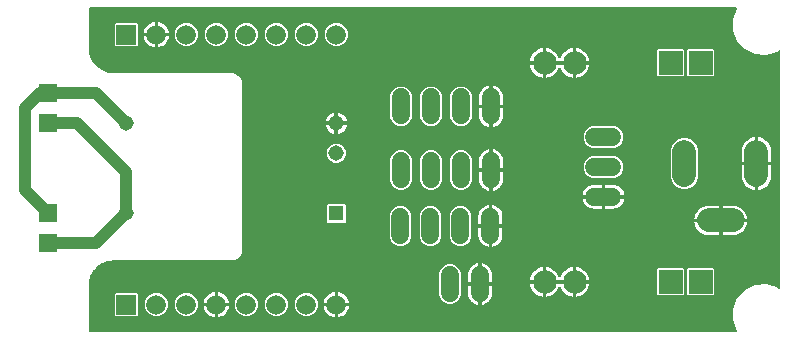
<source format=gbr>
G04 EAGLE Gerber RS-274X export*
G75*
%MOMM*%
%FSLAX34Y34*%
%LPD*%
%INBottom Copper*%
%IPPOS*%
%AMOC8*
5,1,8,0,0,1.08239X$1,22.5*%
G01*
%ADD10C,1.665000*%
%ADD11R,1.665000X1.665000*%
%ADD12C,1.524000*%
%ADD13C,2.000000*%
%ADD14R,1.524000X1.524000*%
%ADD15C,1.308000*%
%ADD16R,1.308000X1.308000*%
%ADD17C,2.000000*%
%ADD18R,2.000000X2.000000*%
%ADD19C,1.016000*%

G36*
X617395Y10170D02*
X617395Y10170D01*
X617449Y10168D01*
X617515Y10189D01*
X617584Y10200D01*
X617632Y10226D01*
X617684Y10242D01*
X617740Y10283D01*
X617801Y10316D01*
X617838Y10355D01*
X617882Y10387D01*
X617923Y10444D01*
X617970Y10494D01*
X617993Y10543D01*
X618025Y10588D01*
X618045Y10654D01*
X618074Y10717D01*
X618080Y10771D01*
X618096Y10823D01*
X618093Y10893D01*
X618101Y10961D01*
X618090Y11015D01*
X618088Y11069D01*
X618064Y11134D01*
X618049Y11202D01*
X618021Y11249D01*
X618002Y11299D01*
X617987Y11320D01*
X614532Y20239D01*
X614532Y29761D01*
X617971Y38640D01*
X624386Y45676D01*
X632909Y49920D01*
X642391Y50799D01*
X651549Y48193D01*
X653619Y46630D01*
X653636Y46621D01*
X653650Y46608D01*
X653745Y46564D01*
X653837Y46515D01*
X653856Y46512D01*
X653873Y46504D01*
X653977Y46493D01*
X654080Y46476D01*
X654099Y46479D01*
X654117Y46477D01*
X654219Y46499D01*
X654322Y46516D01*
X654339Y46525D01*
X654358Y46529D01*
X654447Y46583D01*
X654540Y46632D01*
X654553Y46646D01*
X654569Y46655D01*
X654637Y46735D01*
X654708Y46811D01*
X654716Y46828D01*
X654729Y46842D01*
X654768Y46939D01*
X654812Y47034D01*
X654814Y47053D01*
X654821Y47071D01*
X654839Y47237D01*
X654839Y247763D01*
X654836Y247782D01*
X654838Y247800D01*
X654816Y247903D01*
X654800Y248005D01*
X654791Y248022D01*
X654787Y248041D01*
X654733Y248131D01*
X654684Y248223D01*
X654671Y248236D01*
X654661Y248252D01*
X654582Y248320D01*
X654506Y248392D01*
X654489Y248400D01*
X654474Y248413D01*
X654378Y248452D01*
X654283Y248496D01*
X654264Y248498D01*
X654246Y248505D01*
X654142Y248511D01*
X654039Y248523D01*
X654020Y248519D01*
X654001Y248520D01*
X653900Y248493D01*
X653798Y248471D01*
X653782Y248461D01*
X653763Y248456D01*
X653619Y248370D01*
X651549Y246807D01*
X642391Y244201D01*
X632909Y245080D01*
X624386Y249324D01*
X617971Y256360D01*
X614532Y265239D01*
X614532Y274761D01*
X618000Y283713D01*
X618037Y283771D01*
X618051Y283824D01*
X618074Y283873D01*
X618082Y283942D01*
X618099Y284009D01*
X618095Y284063D01*
X618101Y284117D01*
X618086Y284185D01*
X618081Y284254D01*
X618060Y284304D01*
X618049Y284358D01*
X618013Y284417D01*
X617987Y284481D01*
X617951Y284522D01*
X617923Y284569D01*
X617870Y284614D01*
X617824Y284666D01*
X617777Y284693D01*
X617736Y284729D01*
X617672Y284755D01*
X617612Y284789D01*
X617558Y284800D01*
X617508Y284821D01*
X617400Y284833D01*
X617371Y284839D01*
X617359Y284837D01*
X617341Y284839D01*
X70000Y284839D01*
X69980Y284836D01*
X69961Y284838D01*
X69859Y284816D01*
X69757Y284800D01*
X69740Y284790D01*
X69720Y284786D01*
X69631Y284733D01*
X69540Y284684D01*
X69526Y284670D01*
X69509Y284660D01*
X69442Y284581D01*
X69371Y284506D01*
X69362Y284488D01*
X69349Y284473D01*
X69310Y284377D01*
X69267Y284283D01*
X69265Y284263D01*
X69257Y284245D01*
X69239Y284078D01*
X69239Y250000D01*
X69242Y249978D01*
X69241Y249940D01*
X69487Y246812D01*
X69495Y246780D01*
X69506Y246694D01*
X70239Y243642D01*
X70251Y243612D01*
X70276Y243528D01*
X71477Y240629D01*
X71494Y240601D01*
X71531Y240522D01*
X73171Y237847D01*
X73192Y237822D01*
X73241Y237750D01*
X75279Y235363D01*
X75304Y235342D01*
X75363Y235279D01*
X77750Y233241D01*
X77778Y233224D01*
X77847Y233171D01*
X80091Y231795D01*
X80092Y231795D01*
X80522Y231531D01*
X80553Y231518D01*
X80629Y231477D01*
X83528Y230276D01*
X83561Y230268D01*
X83642Y230239D01*
X86694Y229506D01*
X86727Y229504D01*
X86812Y229487D01*
X89940Y229241D01*
X89962Y229243D01*
X90000Y229239D01*
X189967Y229239D01*
X191604Y229096D01*
X193159Y228679D01*
X194618Y227998D01*
X195937Y227075D01*
X197075Y225937D01*
X197998Y224618D01*
X198679Y223159D01*
X199096Y221604D01*
X199239Y219967D01*
X199239Y80033D01*
X199096Y78396D01*
X198679Y76841D01*
X197998Y75382D01*
X197075Y74063D01*
X195937Y72925D01*
X194618Y72002D01*
X193159Y71321D01*
X191604Y70904D01*
X189967Y70761D01*
X90000Y70761D01*
X89978Y70758D01*
X89940Y70759D01*
X86812Y70513D01*
X86780Y70505D01*
X86694Y70494D01*
X83642Y69761D01*
X83612Y69749D01*
X83528Y69724D01*
X80629Y68523D01*
X80601Y68506D01*
X80522Y68469D01*
X77847Y66829D01*
X77822Y66808D01*
X77750Y66759D01*
X75363Y64721D01*
X75342Y64696D01*
X75279Y64637D01*
X73241Y62250D01*
X73224Y62222D01*
X73171Y62153D01*
X71531Y59478D01*
X71518Y59447D01*
X71477Y59371D01*
X70276Y56472D01*
X70268Y56440D01*
X70239Y56358D01*
X69506Y53306D01*
X69504Y53274D01*
X69487Y53188D01*
X69241Y50060D01*
X69243Y50038D01*
X69239Y50000D01*
X69239Y10922D01*
X69242Y10902D01*
X69240Y10883D01*
X69262Y10781D01*
X69278Y10679D01*
X69288Y10662D01*
X69292Y10642D01*
X69345Y10553D01*
X69394Y10462D01*
X69408Y10448D01*
X69418Y10431D01*
X69497Y10364D01*
X69572Y10292D01*
X69590Y10284D01*
X69605Y10271D01*
X69701Y10232D01*
X69795Y10189D01*
X69815Y10187D01*
X69833Y10179D01*
X70000Y10161D01*
X617341Y10161D01*
X617395Y10170D01*
G37*
%LPC*%
G36*
X571108Y131075D02*
X571108Y131075D01*
X566872Y132830D01*
X563630Y136072D01*
X561875Y140308D01*
X561875Y164892D01*
X563630Y169128D01*
X566872Y172370D01*
X571108Y174125D01*
X575692Y174125D01*
X579928Y172370D01*
X583170Y169128D01*
X584925Y164892D01*
X584925Y140308D01*
X583170Y136072D01*
X579928Y132830D01*
X575692Y131075D01*
X571108Y131075D01*
G37*
%LPD*%
%LPC*%
G36*
X357181Y184335D02*
X357181Y184335D01*
X353820Y185727D01*
X351247Y188300D01*
X349855Y191661D01*
X349855Y210539D01*
X351247Y213900D01*
X353820Y216473D01*
X357181Y217865D01*
X360819Y217865D01*
X364180Y216473D01*
X366753Y213900D01*
X368145Y210539D01*
X368145Y191661D01*
X366753Y188300D01*
X364180Y185727D01*
X360819Y184335D01*
X357181Y184335D01*
G37*
%LPD*%
%LPC*%
G36*
X382581Y184335D02*
X382581Y184335D01*
X379220Y185727D01*
X376647Y188300D01*
X375255Y191661D01*
X375255Y210539D01*
X376647Y213900D01*
X379220Y216473D01*
X382581Y217865D01*
X386219Y217865D01*
X389580Y216473D01*
X392153Y213900D01*
X393545Y210539D01*
X393545Y191661D01*
X392153Y188300D01*
X389580Y185727D01*
X386219Y184335D01*
X382581Y184335D01*
G37*
%LPD*%
%LPC*%
G36*
X495561Y166255D02*
X495561Y166255D01*
X492200Y167647D01*
X489627Y170220D01*
X488235Y173581D01*
X488235Y177219D01*
X489627Y180580D01*
X492200Y183153D01*
X495561Y184545D01*
X514439Y184545D01*
X517800Y183153D01*
X520373Y180580D01*
X521765Y177219D01*
X521765Y173581D01*
X520373Y170220D01*
X517800Y167647D01*
X514439Y166255D01*
X495561Y166255D01*
G37*
%LPD*%
%LPC*%
G36*
X331781Y184335D02*
X331781Y184335D01*
X328420Y185727D01*
X325847Y188300D01*
X324455Y191661D01*
X324455Y210539D01*
X325847Y213900D01*
X328420Y216473D01*
X331781Y217865D01*
X335419Y217865D01*
X338780Y216473D01*
X341353Y213900D01*
X342745Y210539D01*
X342745Y191661D01*
X341353Y188300D01*
X338780Y185727D01*
X335419Y184335D01*
X331781Y184335D01*
G37*
%LPD*%
%LPC*%
G36*
X495561Y140855D02*
X495561Y140855D01*
X492200Y142247D01*
X489627Y144820D01*
X488235Y148181D01*
X488235Y151819D01*
X489627Y155180D01*
X492200Y157753D01*
X495561Y159145D01*
X514439Y159145D01*
X517800Y157753D01*
X520373Y155180D01*
X521765Y151819D01*
X521765Y148181D01*
X520373Y144820D01*
X517800Y142247D01*
X514439Y140855D01*
X495561Y140855D01*
G37*
%LPD*%
%LPC*%
G36*
X373081Y33835D02*
X373081Y33835D01*
X369720Y35227D01*
X367147Y37800D01*
X365755Y41161D01*
X365755Y60039D01*
X367147Y63400D01*
X369720Y65973D01*
X373081Y67365D01*
X376719Y67365D01*
X380080Y65973D01*
X382653Y63400D01*
X384045Y60039D01*
X384045Y41161D01*
X382653Y37800D01*
X380080Y35227D01*
X376719Y33835D01*
X373081Y33835D01*
G37*
%LPD*%
%LPC*%
G36*
X331281Y83235D02*
X331281Y83235D01*
X327920Y84627D01*
X325347Y87200D01*
X323955Y90561D01*
X323955Y109439D01*
X325347Y112800D01*
X327920Y115373D01*
X331281Y116765D01*
X334919Y116765D01*
X338280Y115373D01*
X340853Y112800D01*
X342245Y109439D01*
X342245Y90561D01*
X340853Y87200D01*
X338280Y84627D01*
X334919Y83235D01*
X331281Y83235D01*
G37*
%LPD*%
%LPC*%
G36*
X382081Y83235D02*
X382081Y83235D01*
X378720Y84627D01*
X376147Y87200D01*
X374755Y90561D01*
X374755Y109439D01*
X376147Y112800D01*
X378720Y115373D01*
X382081Y116765D01*
X385719Y116765D01*
X389080Y115373D01*
X391653Y112800D01*
X393045Y109439D01*
X393045Y90561D01*
X391653Y87200D01*
X389080Y84627D01*
X385719Y83235D01*
X382081Y83235D01*
G37*
%LPD*%
%LPC*%
G36*
X356681Y83235D02*
X356681Y83235D01*
X353320Y84627D01*
X350747Y87200D01*
X349355Y90561D01*
X349355Y109439D01*
X350747Y112800D01*
X353320Y115373D01*
X356681Y116765D01*
X360319Y116765D01*
X363680Y115373D01*
X366253Y112800D01*
X367645Y109439D01*
X367645Y90561D01*
X366253Y87200D01*
X363680Y84627D01*
X360319Y83235D01*
X356681Y83235D01*
G37*
%LPD*%
%LPC*%
G36*
X382681Y130435D02*
X382681Y130435D01*
X379320Y131827D01*
X376747Y134400D01*
X375355Y137761D01*
X375355Y156639D01*
X376747Y160000D01*
X379320Y162573D01*
X382681Y163965D01*
X386319Y163965D01*
X389680Y162573D01*
X392253Y160000D01*
X393645Y156639D01*
X393645Y137761D01*
X392253Y134400D01*
X389680Y131827D01*
X386319Y130435D01*
X382681Y130435D01*
G37*
%LPD*%
%LPC*%
G36*
X357281Y130435D02*
X357281Y130435D01*
X353920Y131827D01*
X351347Y134400D01*
X349955Y137761D01*
X349955Y156639D01*
X351347Y160000D01*
X353920Y162573D01*
X357281Y163965D01*
X360919Y163965D01*
X364280Y162573D01*
X366853Y160000D01*
X368245Y156639D01*
X368245Y137761D01*
X366853Y134400D01*
X364280Y131827D01*
X360919Y130435D01*
X357281Y130435D01*
G37*
%LPD*%
%LPC*%
G36*
X331881Y130435D02*
X331881Y130435D01*
X328520Y131827D01*
X325947Y134400D01*
X324555Y137761D01*
X324555Y156639D01*
X325947Y160000D01*
X328520Y162573D01*
X331881Y163965D01*
X335519Y163965D01*
X338880Y162573D01*
X341453Y160000D01*
X342845Y156639D01*
X342845Y137761D01*
X341453Y134400D01*
X338880Y131827D01*
X335519Y130435D01*
X331881Y130435D01*
G37*
%LPD*%
%LPC*%
G36*
X576508Y226385D02*
X576508Y226385D01*
X575615Y227278D01*
X575615Y248542D01*
X576508Y249435D01*
X597772Y249435D01*
X598665Y248542D01*
X598665Y227278D01*
X597772Y226385D01*
X576508Y226385D01*
G37*
%LPD*%
%LPC*%
G36*
X551108Y40965D02*
X551108Y40965D01*
X550215Y41858D01*
X550215Y63122D01*
X551108Y64015D01*
X572372Y64015D01*
X573265Y63122D01*
X573265Y41858D01*
X572372Y40965D01*
X551108Y40965D01*
G37*
%LPD*%
%LPC*%
G36*
X576508Y40965D02*
X576508Y40965D01*
X575615Y41858D01*
X575615Y63122D01*
X576508Y64015D01*
X597772Y64015D01*
X598665Y63122D01*
X598665Y41858D01*
X597772Y40965D01*
X576508Y40965D01*
G37*
%LPD*%
%LPC*%
G36*
X551108Y226385D02*
X551108Y226385D01*
X550215Y227278D01*
X550215Y248542D01*
X551108Y249435D01*
X572372Y249435D01*
X573265Y248542D01*
X573265Y227278D01*
X572372Y226385D01*
X551108Y226385D01*
G37*
%LPD*%
%LPC*%
G36*
X92043Y252050D02*
X92043Y252050D01*
X91150Y252943D01*
X91150Y270857D01*
X92043Y271750D01*
X109957Y271750D01*
X110850Y270857D01*
X110850Y252943D01*
X109957Y252050D01*
X92043Y252050D01*
G37*
%LPD*%
%LPC*%
G36*
X92043Y23450D02*
X92043Y23450D01*
X91150Y24343D01*
X91150Y42257D01*
X92043Y43150D01*
X109957Y43150D01*
X110850Y42257D01*
X110850Y24343D01*
X109957Y23450D01*
X92043Y23450D01*
G37*
%LPD*%
%LPC*%
G36*
X251441Y23450D02*
X251441Y23450D01*
X247821Y24950D01*
X245050Y27721D01*
X243550Y31341D01*
X243550Y35259D01*
X245050Y38879D01*
X247821Y41650D01*
X251441Y43150D01*
X255359Y43150D01*
X258979Y41650D01*
X261750Y38879D01*
X263250Y35259D01*
X263250Y31341D01*
X261750Y27721D01*
X258979Y24950D01*
X255359Y23450D01*
X251441Y23450D01*
G37*
%LPD*%
%LPC*%
G36*
X226041Y252050D02*
X226041Y252050D01*
X222421Y253550D01*
X219650Y256321D01*
X218150Y259941D01*
X218150Y263859D01*
X219650Y267479D01*
X222421Y270250D01*
X226041Y271750D01*
X229959Y271750D01*
X233579Y270250D01*
X236350Y267479D01*
X237850Y263859D01*
X237850Y259941D01*
X236350Y256321D01*
X233579Y253550D01*
X229959Y252050D01*
X226041Y252050D01*
G37*
%LPD*%
%LPC*%
G36*
X200641Y252050D02*
X200641Y252050D01*
X197021Y253550D01*
X194250Y256321D01*
X192750Y259941D01*
X192750Y263859D01*
X194250Y267479D01*
X197021Y270250D01*
X200641Y271750D01*
X204559Y271750D01*
X208179Y270250D01*
X210950Y267479D01*
X212450Y263859D01*
X212450Y259941D01*
X210950Y256321D01*
X208179Y253550D01*
X204559Y252050D01*
X200641Y252050D01*
G37*
%LPD*%
%LPC*%
G36*
X276841Y252050D02*
X276841Y252050D01*
X273221Y253550D01*
X270450Y256321D01*
X268950Y259941D01*
X268950Y263859D01*
X270450Y267479D01*
X273221Y270250D01*
X276841Y271750D01*
X280759Y271750D01*
X284379Y270250D01*
X287150Y267479D01*
X288650Y263859D01*
X288650Y259941D01*
X287150Y256321D01*
X284379Y253550D01*
X280759Y252050D01*
X276841Y252050D01*
G37*
%LPD*%
%LPC*%
G36*
X251441Y252050D02*
X251441Y252050D01*
X247821Y253550D01*
X245050Y256321D01*
X243550Y259941D01*
X243550Y263859D01*
X245050Y267479D01*
X247821Y270250D01*
X251441Y271750D01*
X255359Y271750D01*
X258979Y270250D01*
X261750Y267479D01*
X263250Y263859D01*
X263250Y259941D01*
X261750Y256321D01*
X258979Y253550D01*
X255359Y252050D01*
X251441Y252050D01*
G37*
%LPD*%
%LPC*%
G36*
X175241Y252050D02*
X175241Y252050D01*
X171621Y253550D01*
X168850Y256321D01*
X167350Y259941D01*
X167350Y263859D01*
X168850Y267479D01*
X171621Y270250D01*
X175241Y271750D01*
X179159Y271750D01*
X182779Y270250D01*
X185550Y267479D01*
X187050Y263859D01*
X187050Y259941D01*
X185550Y256321D01*
X182779Y253550D01*
X179159Y252050D01*
X175241Y252050D01*
G37*
%LPD*%
%LPC*%
G36*
X149841Y252050D02*
X149841Y252050D01*
X146221Y253550D01*
X143450Y256321D01*
X141950Y259941D01*
X141950Y263859D01*
X143450Y267479D01*
X146221Y270250D01*
X149841Y271750D01*
X153759Y271750D01*
X157379Y270250D01*
X160150Y267479D01*
X161650Y263859D01*
X161650Y259941D01*
X160150Y256321D01*
X157379Y253550D01*
X153759Y252050D01*
X149841Y252050D01*
G37*
%LPD*%
%LPC*%
G36*
X124441Y23450D02*
X124441Y23450D01*
X120821Y24950D01*
X118050Y27721D01*
X116550Y31341D01*
X116550Y35259D01*
X118050Y38879D01*
X120821Y41650D01*
X124441Y43150D01*
X128359Y43150D01*
X131979Y41650D01*
X134750Y38879D01*
X136250Y35259D01*
X136250Y31341D01*
X134750Y27721D01*
X131979Y24950D01*
X128359Y23450D01*
X124441Y23450D01*
G37*
%LPD*%
%LPC*%
G36*
X149841Y23450D02*
X149841Y23450D01*
X146221Y24950D01*
X143450Y27721D01*
X141950Y31341D01*
X141950Y35259D01*
X143450Y38879D01*
X146221Y41650D01*
X149841Y43150D01*
X153759Y43150D01*
X157379Y41650D01*
X160150Y38879D01*
X161650Y35259D01*
X161650Y31341D01*
X160150Y27721D01*
X157379Y24950D01*
X153759Y23450D01*
X149841Y23450D01*
G37*
%LPD*%
%LPC*%
G36*
X200641Y23450D02*
X200641Y23450D01*
X197021Y24950D01*
X194250Y27721D01*
X192750Y31341D01*
X192750Y35259D01*
X194250Y38879D01*
X197021Y41650D01*
X200641Y43150D01*
X204559Y43150D01*
X208179Y41650D01*
X210950Y38879D01*
X212450Y35259D01*
X212450Y31341D01*
X210950Y27721D01*
X208179Y24950D01*
X204559Y23450D01*
X200641Y23450D01*
G37*
%LPD*%
%LPC*%
G36*
X226041Y23450D02*
X226041Y23450D01*
X222421Y24950D01*
X219650Y27721D01*
X218150Y31341D01*
X218150Y35259D01*
X219650Y38879D01*
X222421Y41650D01*
X226041Y43150D01*
X229959Y43150D01*
X233579Y41650D01*
X236350Y38879D01*
X237850Y35259D01*
X237850Y31341D01*
X236350Y27721D01*
X233579Y24950D01*
X229959Y23450D01*
X226041Y23450D01*
G37*
%LPD*%
%LPC*%
G36*
X271528Y102535D02*
X271528Y102535D01*
X270635Y103428D01*
X270635Y117772D01*
X271528Y118665D01*
X285872Y118665D01*
X286765Y117772D01*
X286765Y103428D01*
X285872Y102535D01*
X271528Y102535D01*
G37*
%LPD*%
%LPC*%
G36*
X277096Y153335D02*
X277096Y153335D01*
X274132Y154563D01*
X271863Y156832D01*
X270635Y159796D01*
X270635Y163004D01*
X271863Y165968D01*
X274132Y168237D01*
X277096Y169465D01*
X280304Y169465D01*
X283268Y168237D01*
X285537Y165968D01*
X286765Y163004D01*
X286765Y159796D01*
X285537Y156832D01*
X283268Y154563D01*
X280304Y153335D01*
X277096Y153335D01*
G37*
%LPD*%
%LPC*%
G36*
X605923Y106123D02*
X605923Y106123D01*
X605923Y117141D01*
X615387Y117141D01*
X617337Y116832D01*
X619214Y116222D01*
X620973Y115326D01*
X622570Y114166D01*
X623966Y112770D01*
X625126Y111173D01*
X626022Y109414D01*
X626632Y107537D01*
X626856Y106123D01*
X605923Y106123D01*
G37*
%LPD*%
%LPC*%
G36*
X635923Y154123D02*
X635923Y154123D01*
X635923Y175056D01*
X637337Y174832D01*
X639214Y174222D01*
X640973Y173326D01*
X642570Y172166D01*
X643966Y170770D01*
X645126Y169173D01*
X646022Y167414D01*
X646632Y165537D01*
X646941Y163587D01*
X646941Y154123D01*
X635923Y154123D01*
G37*
%LPD*%
%LPC*%
G36*
X635923Y151077D02*
X635923Y151077D01*
X646941Y151077D01*
X646941Y141613D01*
X646632Y139663D01*
X646022Y137786D01*
X645126Y136027D01*
X643966Y134430D01*
X642570Y133034D01*
X640973Y131874D01*
X639214Y130978D01*
X637337Y130368D01*
X635923Y130144D01*
X635923Y151077D01*
G37*
%LPD*%
%LPC*%
G36*
X581944Y106123D02*
X581944Y106123D01*
X582168Y107537D01*
X582778Y109414D01*
X583674Y111173D01*
X584834Y112770D01*
X586230Y114166D01*
X587827Y115326D01*
X589586Y116222D01*
X591463Y116832D01*
X593413Y117141D01*
X602877Y117141D01*
X602877Y106123D01*
X581944Y106123D01*
G37*
%LPD*%
%LPC*%
G36*
X605923Y92059D02*
X605923Y92059D01*
X605923Y103077D01*
X626856Y103077D01*
X626632Y101663D01*
X626022Y99786D01*
X625126Y98027D01*
X623966Y96430D01*
X622570Y95034D01*
X620973Y93874D01*
X619214Y92978D01*
X617337Y92368D01*
X615387Y92059D01*
X605923Y92059D01*
G37*
%LPD*%
%LPC*%
G36*
X621859Y154123D02*
X621859Y154123D01*
X621859Y163587D01*
X622168Y165537D01*
X622778Y167414D01*
X623674Y169173D01*
X624834Y170770D01*
X626230Y172166D01*
X627827Y173326D01*
X629586Y174222D01*
X631463Y174832D01*
X632877Y175056D01*
X632877Y154123D01*
X621859Y154123D01*
G37*
%LPD*%
%LPC*%
G36*
X631463Y130368D02*
X631463Y130368D01*
X629586Y130978D01*
X627827Y131874D01*
X626230Y133034D01*
X624834Y134430D01*
X623674Y136027D01*
X622778Y137786D01*
X622168Y139663D01*
X621859Y141613D01*
X621859Y151077D01*
X632877Y151077D01*
X632877Y130144D01*
X631463Y130368D01*
G37*
%LPD*%
%LPC*%
G36*
X593413Y92059D02*
X593413Y92059D01*
X591463Y92368D01*
X589586Y92978D01*
X587827Y93874D01*
X586230Y95034D01*
X584834Y96430D01*
X583674Y98027D01*
X582778Y99786D01*
X582168Y101663D01*
X581944Y103077D01*
X602877Y103077D01*
X602877Y92059D01*
X593413Y92059D01*
G37*
%LPD*%
%LPC*%
G36*
X456583Y54013D02*
X456583Y54013D01*
X456583Y64946D01*
X457997Y64722D01*
X459874Y64112D01*
X461633Y63216D01*
X463230Y62056D01*
X464626Y60660D01*
X465786Y59063D01*
X466682Y57304D01*
X467036Y56214D01*
X467040Y56207D01*
X467041Y56199D01*
X467096Y56098D01*
X467149Y55996D01*
X467154Y55990D01*
X467158Y55983D01*
X467243Y55904D01*
X467325Y55825D01*
X467333Y55821D01*
X467338Y55816D01*
X467443Y55768D01*
X467547Y55719D01*
X467555Y55718D01*
X467563Y55714D01*
X467677Y55703D01*
X467792Y55689D01*
X467799Y55691D01*
X467807Y55690D01*
X467920Y55716D01*
X468032Y55739D01*
X468039Y55743D01*
X468047Y55744D01*
X468146Y55805D01*
X468245Y55863D01*
X468250Y55869D01*
X468257Y55873D01*
X468332Y55962D01*
X468407Y56048D01*
X468410Y56055D01*
X468415Y56061D01*
X468484Y56214D01*
X468838Y57304D01*
X469734Y59063D01*
X470894Y60660D01*
X472290Y62056D01*
X473887Y63216D01*
X475646Y64112D01*
X477523Y64722D01*
X478937Y64946D01*
X478937Y54013D01*
X456583Y54013D01*
G37*
%LPD*%
%LPC*%
G36*
X456583Y239433D02*
X456583Y239433D01*
X456583Y250366D01*
X457997Y250142D01*
X459874Y249532D01*
X461633Y248636D01*
X463230Y247476D01*
X464626Y246080D01*
X465786Y244483D01*
X466682Y242724D01*
X467036Y241634D01*
X467040Y241627D01*
X467041Y241619D01*
X467096Y241518D01*
X467149Y241416D01*
X467154Y241410D01*
X467158Y241403D01*
X467243Y241324D01*
X467325Y241245D01*
X467333Y241241D01*
X467338Y241236D01*
X467443Y241188D01*
X467547Y241139D01*
X467555Y241138D01*
X467563Y241134D01*
X467677Y241123D01*
X467792Y241109D01*
X467799Y241111D01*
X467807Y241110D01*
X467920Y241136D01*
X468032Y241159D01*
X468039Y241163D01*
X468047Y241164D01*
X468146Y241225D01*
X468245Y241283D01*
X468250Y241289D01*
X468257Y241293D01*
X468332Y241382D01*
X468407Y241468D01*
X468410Y241475D01*
X468415Y241481D01*
X468484Y241634D01*
X468838Y242724D01*
X469734Y244483D01*
X470894Y246080D01*
X472290Y247476D01*
X473887Y248636D01*
X475646Y249532D01*
X477523Y250142D01*
X478937Y250366D01*
X478937Y239433D01*
X456583Y239433D01*
G37*
%LPD*%
%LPC*%
G36*
X477523Y225678D02*
X477523Y225678D01*
X475646Y226288D01*
X473887Y227184D01*
X472290Y228344D01*
X470894Y229740D01*
X469734Y231337D01*
X468838Y233096D01*
X468484Y234186D01*
X468480Y234193D01*
X468479Y234201D01*
X468424Y234301D01*
X468371Y234404D01*
X468365Y234410D01*
X468362Y234417D01*
X468277Y234495D01*
X468195Y234576D01*
X468187Y234579D01*
X468181Y234584D01*
X468077Y234632D01*
X467973Y234681D01*
X467965Y234682D01*
X467957Y234686D01*
X467843Y234697D01*
X467728Y234711D01*
X467721Y234709D01*
X467713Y234710D01*
X467600Y234685D01*
X467488Y234661D01*
X467481Y234657D01*
X467473Y234655D01*
X467375Y234596D01*
X467275Y234537D01*
X467270Y234531D01*
X467263Y234527D01*
X467189Y234439D01*
X467113Y234352D01*
X467110Y234345D01*
X467105Y234339D01*
X467036Y234186D01*
X466682Y233096D01*
X465786Y231337D01*
X464626Y229740D01*
X463230Y228344D01*
X461633Y227184D01*
X459874Y226288D01*
X457997Y225678D01*
X456583Y225454D01*
X456583Y236387D01*
X478937Y236387D01*
X478937Y225454D01*
X477523Y225678D01*
G37*
%LPD*%
%LPC*%
G36*
X477523Y40258D02*
X477523Y40258D01*
X475646Y40868D01*
X473887Y41764D01*
X472290Y42924D01*
X470894Y44320D01*
X469734Y45917D01*
X468838Y47676D01*
X468484Y48766D01*
X468480Y48773D01*
X468479Y48781D01*
X468424Y48881D01*
X468371Y48984D01*
X468365Y48990D01*
X468362Y48997D01*
X468277Y49075D01*
X468195Y49156D01*
X468187Y49159D01*
X468181Y49164D01*
X468077Y49212D01*
X467973Y49261D01*
X467965Y49262D01*
X467957Y49266D01*
X467843Y49277D01*
X467728Y49291D01*
X467721Y49289D01*
X467713Y49290D01*
X467600Y49265D01*
X467488Y49241D01*
X467481Y49237D01*
X467473Y49235D01*
X467375Y49176D01*
X467275Y49117D01*
X467270Y49111D01*
X467263Y49107D01*
X467189Y49019D01*
X467113Y48932D01*
X467110Y48925D01*
X467105Y48919D01*
X467036Y48766D01*
X466682Y47676D01*
X465786Y45917D01*
X464626Y44320D01*
X463230Y42924D01*
X461633Y41764D01*
X459874Y40868D01*
X457997Y40258D01*
X456583Y40034D01*
X456583Y50967D01*
X478937Y50967D01*
X478937Y40034D01*
X477523Y40258D01*
G37*
%LPD*%
%LPC*%
G36*
X411323Y202623D02*
X411323Y202623D01*
X411323Y218766D01*
X412179Y218631D01*
X413700Y218136D01*
X415125Y217410D01*
X416419Y216470D01*
X417550Y215339D01*
X418490Y214045D01*
X419216Y212620D01*
X419711Y211099D01*
X419961Y209520D01*
X419961Y202623D01*
X411323Y202623D01*
G37*
%LPD*%
%LPC*%
G36*
X401823Y52123D02*
X401823Y52123D01*
X401823Y68266D01*
X402679Y68131D01*
X404200Y67636D01*
X405625Y66910D01*
X406919Y65970D01*
X408050Y64839D01*
X408990Y63545D01*
X409716Y62120D01*
X410211Y60599D01*
X410461Y59020D01*
X410461Y52123D01*
X401823Y52123D01*
G37*
%LPD*%
%LPC*%
G36*
X410823Y101523D02*
X410823Y101523D01*
X410823Y117666D01*
X411679Y117531D01*
X413200Y117036D01*
X414625Y116310D01*
X415919Y115370D01*
X417050Y114239D01*
X417990Y112945D01*
X418716Y111520D01*
X419211Y109999D01*
X419461Y108420D01*
X419461Y101523D01*
X410823Y101523D01*
G37*
%LPD*%
%LPC*%
G36*
X411423Y148723D02*
X411423Y148723D01*
X411423Y164866D01*
X412279Y164731D01*
X413800Y164236D01*
X415225Y163510D01*
X416519Y162570D01*
X417650Y161439D01*
X418590Y160145D01*
X419316Y158720D01*
X419811Y157199D01*
X420061Y155620D01*
X420061Y148723D01*
X411423Y148723D01*
G37*
%LPD*%
%LPC*%
G36*
X506523Y126123D02*
X506523Y126123D01*
X506523Y134761D01*
X513420Y134761D01*
X514999Y134511D01*
X516520Y134016D01*
X517945Y133290D01*
X519239Y132350D01*
X520370Y131219D01*
X521310Y129925D01*
X522036Y128500D01*
X522531Y126979D01*
X522666Y126123D01*
X506523Y126123D01*
G37*
%LPD*%
%LPC*%
G36*
X487334Y126123D02*
X487334Y126123D01*
X487469Y126979D01*
X487964Y128500D01*
X488690Y129925D01*
X489630Y131219D01*
X490761Y132350D01*
X492055Y133290D01*
X493480Y134016D01*
X495001Y134511D01*
X496580Y134761D01*
X503477Y134761D01*
X503477Y126123D01*
X487334Y126123D01*
G37*
%LPD*%
%LPC*%
G36*
X410823Y98477D02*
X410823Y98477D01*
X419461Y98477D01*
X419461Y91580D01*
X419211Y90001D01*
X418716Y88480D01*
X417990Y87055D01*
X417050Y85761D01*
X415919Y84630D01*
X414625Y83690D01*
X413200Y82964D01*
X411679Y82469D01*
X410823Y82334D01*
X410823Y98477D01*
G37*
%LPD*%
%LPC*%
G36*
X411423Y145677D02*
X411423Y145677D01*
X420061Y145677D01*
X420061Y138780D01*
X419811Y137201D01*
X419316Y135680D01*
X418590Y134255D01*
X417650Y132961D01*
X416519Y131830D01*
X415225Y130890D01*
X413800Y130164D01*
X412279Y129669D01*
X411423Y129534D01*
X411423Y145677D01*
G37*
%LPD*%
%LPC*%
G36*
X411323Y199577D02*
X411323Y199577D01*
X419961Y199577D01*
X419961Y192680D01*
X419711Y191101D01*
X419216Y189580D01*
X418490Y188155D01*
X417550Y186861D01*
X416419Y185730D01*
X415125Y184790D01*
X413700Y184064D01*
X412179Y183569D01*
X411323Y183434D01*
X411323Y199577D01*
G37*
%LPD*%
%LPC*%
G36*
X401823Y49077D02*
X401823Y49077D01*
X410461Y49077D01*
X410461Y42180D01*
X410211Y40601D01*
X409716Y39080D01*
X408990Y37655D01*
X408050Y36361D01*
X406919Y35230D01*
X405625Y34290D01*
X404200Y33564D01*
X402679Y33069D01*
X401823Y32934D01*
X401823Y49077D01*
G37*
%LPD*%
%LPC*%
G36*
X390139Y52123D02*
X390139Y52123D01*
X390139Y59020D01*
X390389Y60599D01*
X390884Y62120D01*
X391610Y63545D01*
X392550Y64839D01*
X393681Y65970D01*
X394975Y66910D01*
X396400Y67636D01*
X397921Y68131D01*
X398777Y68266D01*
X398777Y52123D01*
X390139Y52123D01*
G37*
%LPD*%
%LPC*%
G36*
X399739Y148723D02*
X399739Y148723D01*
X399739Y155620D01*
X399989Y157199D01*
X400484Y158720D01*
X401210Y160145D01*
X402150Y161439D01*
X403281Y162570D01*
X404575Y163510D01*
X406000Y164236D01*
X407521Y164731D01*
X408377Y164866D01*
X408377Y148723D01*
X399739Y148723D01*
G37*
%LPD*%
%LPC*%
G36*
X506523Y114439D02*
X506523Y114439D01*
X506523Y123077D01*
X522666Y123077D01*
X522531Y122221D01*
X522036Y120700D01*
X521310Y119275D01*
X520370Y117981D01*
X519239Y116850D01*
X517945Y115910D01*
X516520Y115184D01*
X514999Y114689D01*
X513420Y114439D01*
X506523Y114439D01*
G37*
%LPD*%
%LPC*%
G36*
X399139Y101523D02*
X399139Y101523D01*
X399139Y108420D01*
X399389Y109999D01*
X399884Y111520D01*
X400610Y112945D01*
X401550Y114239D01*
X402681Y115370D01*
X403975Y116310D01*
X405400Y117036D01*
X406921Y117531D01*
X407777Y117666D01*
X407777Y101523D01*
X399139Y101523D01*
G37*
%LPD*%
%LPC*%
G36*
X399639Y202623D02*
X399639Y202623D01*
X399639Y209520D01*
X399889Y211099D01*
X400384Y212620D01*
X401110Y214045D01*
X402050Y215339D01*
X403181Y216470D01*
X404475Y217410D01*
X405900Y218136D01*
X407421Y218631D01*
X408277Y218766D01*
X408277Y202623D01*
X399639Y202623D01*
G37*
%LPD*%
%LPC*%
G36*
X406921Y82469D02*
X406921Y82469D01*
X405400Y82964D01*
X403975Y83690D01*
X402681Y84630D01*
X401550Y85761D01*
X400610Y87055D01*
X399884Y88480D01*
X399389Y90001D01*
X399139Y91580D01*
X399139Y98477D01*
X407777Y98477D01*
X407777Y82334D01*
X406921Y82469D01*
G37*
%LPD*%
%LPC*%
G36*
X496580Y114439D02*
X496580Y114439D01*
X495001Y114689D01*
X493480Y115184D01*
X492055Y115910D01*
X490761Y116850D01*
X489630Y117981D01*
X488690Y119275D01*
X487964Y120700D01*
X487469Y122221D01*
X487334Y123077D01*
X503477Y123077D01*
X503477Y114439D01*
X496580Y114439D01*
G37*
%LPD*%
%LPC*%
G36*
X407521Y129669D02*
X407521Y129669D01*
X406000Y130164D01*
X404575Y130890D01*
X403281Y131830D01*
X402150Y132961D01*
X401210Y134255D01*
X400484Y135680D01*
X399989Y137201D01*
X399739Y138780D01*
X399739Y145677D01*
X408377Y145677D01*
X408377Y129534D01*
X407521Y129669D01*
G37*
%LPD*%
%LPC*%
G36*
X407421Y183569D02*
X407421Y183569D01*
X405900Y184064D01*
X404475Y184790D01*
X403181Y185730D01*
X402050Y186861D01*
X401110Y188155D01*
X400384Y189580D01*
X399889Y191101D01*
X399639Y192680D01*
X399639Y199577D01*
X408277Y199577D01*
X408277Y183434D01*
X407421Y183569D01*
G37*
%LPD*%
%LPC*%
G36*
X397921Y33069D02*
X397921Y33069D01*
X396400Y33564D01*
X394975Y34290D01*
X393681Y35230D01*
X392550Y36361D01*
X391610Y37655D01*
X390884Y39080D01*
X390389Y40601D01*
X390139Y42180D01*
X390139Y49077D01*
X398777Y49077D01*
X398777Y32934D01*
X397921Y33069D01*
G37*
%LPD*%
%LPC*%
G36*
X481983Y54013D02*
X481983Y54013D01*
X481983Y64946D01*
X483397Y64722D01*
X485274Y64112D01*
X487033Y63216D01*
X488630Y62056D01*
X490026Y60660D01*
X491186Y59063D01*
X492082Y57304D01*
X492692Y55427D01*
X492916Y54013D01*
X481983Y54013D01*
G37*
%LPD*%
%LPC*%
G36*
X481983Y239433D02*
X481983Y239433D01*
X481983Y250366D01*
X483397Y250142D01*
X485274Y249532D01*
X487033Y248636D01*
X488630Y247476D01*
X490026Y246080D01*
X491186Y244483D01*
X492082Y242724D01*
X492692Y240847D01*
X492916Y239433D01*
X481983Y239433D01*
G37*
%LPD*%
%LPC*%
G36*
X481983Y236387D02*
X481983Y236387D01*
X492916Y236387D01*
X492692Y234973D01*
X492082Y233096D01*
X491186Y231337D01*
X490026Y229740D01*
X488630Y228344D01*
X487033Y227184D01*
X485274Y226288D01*
X483397Y225678D01*
X481983Y225454D01*
X481983Y236387D01*
G37*
%LPD*%
%LPC*%
G36*
X442604Y54013D02*
X442604Y54013D01*
X442828Y55427D01*
X443438Y57304D01*
X444334Y59063D01*
X445494Y60660D01*
X446890Y62056D01*
X448487Y63216D01*
X450246Y64112D01*
X452123Y64722D01*
X453537Y64946D01*
X453537Y54013D01*
X442604Y54013D01*
G37*
%LPD*%
%LPC*%
G36*
X481983Y50967D02*
X481983Y50967D01*
X492916Y50967D01*
X492692Y49553D01*
X492082Y47676D01*
X491186Y45917D01*
X490026Y44320D01*
X488630Y42924D01*
X487033Y41764D01*
X485274Y40868D01*
X483397Y40258D01*
X481983Y40034D01*
X481983Y50967D01*
G37*
%LPD*%
%LPC*%
G36*
X442604Y239433D02*
X442604Y239433D01*
X442828Y240847D01*
X443438Y242724D01*
X444334Y244483D01*
X445494Y246080D01*
X446890Y247476D01*
X448487Y248636D01*
X450246Y249532D01*
X452123Y250142D01*
X453537Y250366D01*
X453537Y239433D01*
X442604Y239433D01*
G37*
%LPD*%
%LPC*%
G36*
X452123Y225678D02*
X452123Y225678D01*
X450246Y226288D01*
X448487Y227184D01*
X446890Y228344D01*
X445494Y229740D01*
X444334Y231337D01*
X443438Y233096D01*
X442828Y234973D01*
X442604Y236387D01*
X453537Y236387D01*
X453537Y225454D01*
X452123Y225678D01*
G37*
%LPD*%
%LPC*%
G36*
X452123Y40258D02*
X452123Y40258D01*
X450246Y40868D01*
X448487Y41764D01*
X446890Y42924D01*
X445494Y44320D01*
X444334Y45917D01*
X443438Y47676D01*
X442828Y49553D01*
X442604Y50967D01*
X453537Y50967D01*
X453537Y40034D01*
X452123Y40258D01*
G37*
%LPD*%
%LPC*%
G36*
X280323Y34823D02*
X280323Y34823D01*
X280323Y44060D01*
X281344Y43898D01*
X282971Y43370D01*
X284495Y42593D01*
X285879Y41588D01*
X287088Y40379D01*
X288093Y38995D01*
X288870Y37471D01*
X289398Y35844D01*
X289560Y34823D01*
X280323Y34823D01*
G37*
%LPD*%
%LPC*%
G36*
X127923Y263423D02*
X127923Y263423D01*
X127923Y272660D01*
X128944Y272498D01*
X130571Y271970D01*
X132095Y271193D01*
X133479Y270188D01*
X134688Y268979D01*
X135693Y267595D01*
X136470Y266071D01*
X136998Y264444D01*
X137160Y263423D01*
X127923Y263423D01*
G37*
%LPD*%
%LPC*%
G36*
X178723Y34823D02*
X178723Y34823D01*
X178723Y44060D01*
X179744Y43898D01*
X181371Y43370D01*
X182895Y42593D01*
X184279Y41588D01*
X185488Y40379D01*
X186493Y38995D01*
X187270Y37471D01*
X187798Y35844D01*
X187960Y34823D01*
X178723Y34823D01*
G37*
%LPD*%
%LPC*%
G36*
X115640Y263423D02*
X115640Y263423D01*
X115802Y264444D01*
X116330Y266071D01*
X117107Y267595D01*
X118112Y268979D01*
X119321Y270188D01*
X120705Y271193D01*
X122229Y271970D01*
X123856Y272498D01*
X124877Y272660D01*
X124877Y263423D01*
X115640Y263423D01*
G37*
%LPD*%
%LPC*%
G36*
X166440Y34823D02*
X166440Y34823D01*
X166602Y35844D01*
X167130Y37471D01*
X167907Y38995D01*
X168912Y40379D01*
X170121Y41588D01*
X171505Y42593D01*
X173029Y43370D01*
X174656Y43898D01*
X175677Y44060D01*
X175677Y34823D01*
X166440Y34823D01*
G37*
%LPD*%
%LPC*%
G36*
X268040Y34823D02*
X268040Y34823D01*
X268202Y35844D01*
X268730Y37471D01*
X269507Y38995D01*
X270512Y40379D01*
X271721Y41588D01*
X273105Y42593D01*
X274629Y43370D01*
X276256Y43898D01*
X277277Y44060D01*
X277277Y34823D01*
X268040Y34823D01*
G37*
%LPD*%
%LPC*%
G36*
X127923Y260377D02*
X127923Y260377D01*
X137160Y260377D01*
X136998Y259356D01*
X136470Y257729D01*
X135693Y256205D01*
X134688Y254821D01*
X133479Y253612D01*
X132095Y252607D01*
X130571Y251830D01*
X128944Y251302D01*
X127923Y251140D01*
X127923Y260377D01*
G37*
%LPD*%
%LPC*%
G36*
X280323Y31777D02*
X280323Y31777D01*
X289560Y31777D01*
X289398Y30756D01*
X288870Y29129D01*
X288093Y27605D01*
X287088Y26221D01*
X285879Y25012D01*
X284495Y24007D01*
X282971Y23230D01*
X281344Y22702D01*
X280323Y22540D01*
X280323Y31777D01*
G37*
%LPD*%
%LPC*%
G36*
X178723Y31777D02*
X178723Y31777D01*
X187960Y31777D01*
X187798Y30756D01*
X187270Y29129D01*
X186493Y27605D01*
X185488Y26221D01*
X184279Y25012D01*
X182895Y24007D01*
X181371Y23230D01*
X179744Y22702D01*
X178723Y22540D01*
X178723Y31777D01*
G37*
%LPD*%
%LPC*%
G36*
X123856Y251302D02*
X123856Y251302D01*
X122229Y251830D01*
X120705Y252607D01*
X119321Y253612D01*
X118112Y254821D01*
X117107Y256205D01*
X116330Y257729D01*
X115802Y259356D01*
X115640Y260377D01*
X124877Y260377D01*
X124877Y251140D01*
X123856Y251302D01*
G37*
%LPD*%
%LPC*%
G36*
X174656Y22702D02*
X174656Y22702D01*
X173029Y23230D01*
X171505Y24007D01*
X170121Y25012D01*
X168912Y26221D01*
X167907Y27605D01*
X167130Y29129D01*
X166602Y30756D01*
X166440Y31777D01*
X175677Y31777D01*
X175677Y22540D01*
X174656Y22702D01*
G37*
%LPD*%
%LPC*%
G36*
X276256Y22702D02*
X276256Y22702D01*
X274629Y23230D01*
X273105Y24007D01*
X271721Y25012D01*
X270512Y26221D01*
X269507Y27605D01*
X268730Y29129D01*
X268202Y30756D01*
X268040Y31777D01*
X277277Y31777D01*
X277277Y22540D01*
X276256Y22702D01*
G37*
%LPD*%
%LPC*%
G36*
X280223Y188323D02*
X280223Y188323D01*
X280223Y195756D01*
X281349Y195532D01*
X283001Y194847D01*
X284489Y193853D01*
X285753Y192589D01*
X286747Y191101D01*
X287432Y189449D01*
X287656Y188323D01*
X280223Y188323D01*
G37*
%LPD*%
%LPC*%
G36*
X280223Y185277D02*
X280223Y185277D01*
X287656Y185277D01*
X287432Y184151D01*
X286747Y182499D01*
X285753Y181011D01*
X284489Y179747D01*
X283001Y178753D01*
X281349Y178068D01*
X280223Y177844D01*
X280223Y185277D01*
G37*
%LPD*%
%LPC*%
G36*
X269744Y188323D02*
X269744Y188323D01*
X269968Y189449D01*
X270653Y191101D01*
X271647Y192589D01*
X272911Y193853D01*
X274399Y194847D01*
X276051Y195532D01*
X277177Y195756D01*
X277177Y188323D01*
X269744Y188323D01*
G37*
%LPD*%
%LPC*%
G36*
X276051Y178068D02*
X276051Y178068D01*
X274399Y178753D01*
X272911Y179747D01*
X271647Y181011D01*
X270653Y182499D01*
X269968Y184151D01*
X269744Y185277D01*
X277177Y185277D01*
X277177Y177844D01*
X276051Y178068D01*
G37*
%LPD*%
%LPC*%
G36*
X409899Y147199D02*
X409899Y147199D01*
X409899Y147201D01*
X409901Y147201D01*
X409901Y147199D01*
X409899Y147199D01*
G37*
%LPD*%
%LPC*%
G36*
X634399Y152599D02*
X634399Y152599D01*
X634399Y152601D01*
X634401Y152601D01*
X634401Y152599D01*
X634399Y152599D01*
G37*
%LPD*%
%LPC*%
G36*
X480459Y52489D02*
X480459Y52489D01*
X480459Y52491D01*
X480461Y52491D01*
X480461Y52489D01*
X480459Y52489D01*
G37*
%LPD*%
%LPC*%
G36*
X278699Y186799D02*
X278699Y186799D01*
X278699Y186801D01*
X278701Y186801D01*
X278701Y186799D01*
X278699Y186799D01*
G37*
%LPD*%
%LPC*%
G36*
X604399Y104599D02*
X604399Y104599D01*
X604399Y104601D01*
X604401Y104601D01*
X604401Y104599D01*
X604399Y104599D01*
G37*
%LPD*%
%LPC*%
G36*
X400299Y50599D02*
X400299Y50599D01*
X400299Y50601D01*
X400301Y50601D01*
X400301Y50599D01*
X400299Y50599D01*
G37*
%LPD*%
%LPC*%
G36*
X409799Y201099D02*
X409799Y201099D01*
X409799Y201101D01*
X409801Y201101D01*
X409801Y201099D01*
X409799Y201099D01*
G37*
%LPD*%
%LPC*%
G36*
X409299Y99999D02*
X409299Y99999D01*
X409299Y100001D01*
X409301Y100001D01*
X409301Y99999D01*
X409299Y99999D01*
G37*
%LPD*%
%LPC*%
G36*
X455059Y237909D02*
X455059Y237909D01*
X455059Y237911D01*
X455061Y237911D01*
X455061Y237909D01*
X455059Y237909D01*
G37*
%LPD*%
%LPC*%
G36*
X480459Y237909D02*
X480459Y237909D01*
X480459Y237911D01*
X480461Y237911D01*
X480461Y237909D01*
X480459Y237909D01*
G37*
%LPD*%
%LPC*%
G36*
X504999Y124599D02*
X504999Y124599D01*
X504999Y124601D01*
X505001Y124601D01*
X505001Y124599D01*
X504999Y124599D01*
G37*
%LPD*%
%LPC*%
G36*
X126399Y261899D02*
X126399Y261899D01*
X126399Y261901D01*
X126401Y261901D01*
X126401Y261899D01*
X126399Y261899D01*
G37*
%LPD*%
%LPC*%
G36*
X278799Y33299D02*
X278799Y33299D01*
X278799Y33301D01*
X278801Y33301D01*
X278801Y33299D01*
X278799Y33299D01*
G37*
%LPD*%
%LPC*%
G36*
X177199Y33299D02*
X177199Y33299D01*
X177199Y33301D01*
X177201Y33301D01*
X177201Y33299D01*
X177199Y33299D01*
G37*
%LPD*%
%LPC*%
G36*
X455059Y52489D02*
X455059Y52489D01*
X455059Y52491D01*
X455061Y52491D01*
X455061Y52489D01*
X455059Y52489D01*
G37*
%LPD*%
D10*
X278800Y261900D03*
X253400Y261900D03*
X228000Y261900D03*
X202600Y261900D03*
X177200Y261900D03*
X151800Y261900D03*
X126400Y261900D03*
D11*
X101000Y261900D03*
X101000Y33300D03*
D10*
X126400Y33300D03*
X151800Y33300D03*
X177200Y33300D03*
X202600Y33300D03*
X228000Y33300D03*
X253400Y33300D03*
X278800Y33300D03*
D12*
X409300Y92380D02*
X409300Y107620D01*
X383900Y107620D02*
X383900Y92380D01*
X358500Y92380D02*
X358500Y107620D01*
X333100Y107620D02*
X333100Y92380D01*
X333600Y193480D02*
X333600Y208720D01*
X359000Y208720D02*
X359000Y193480D01*
X384400Y193480D02*
X384400Y208720D01*
X409800Y208720D02*
X409800Y193480D01*
X333700Y154820D02*
X333700Y139580D01*
X359100Y139580D02*
X359100Y154820D01*
X384500Y154820D02*
X384500Y139580D01*
X409900Y139580D02*
X409900Y154820D01*
D13*
X573400Y162600D02*
X573400Y142600D01*
X634400Y142600D02*
X634400Y162600D01*
X614400Y104600D02*
X594400Y104600D01*
D14*
X34600Y85200D03*
X34600Y110600D03*
X34600Y187400D03*
X34600Y212800D03*
D12*
X400300Y58220D02*
X400300Y42980D01*
X374900Y42980D02*
X374900Y58220D01*
D15*
X278700Y186800D03*
D16*
X278700Y110600D03*
D15*
X100900Y186800D03*
X100900Y110600D03*
X278700Y161400D03*
D17*
X455060Y52490D03*
D18*
X587140Y52490D03*
D17*
X455060Y237910D03*
X480460Y52490D03*
X480460Y237910D03*
D18*
X561740Y52490D03*
X587140Y237910D03*
X561740Y237910D03*
D12*
X512620Y124600D02*
X497380Y124600D01*
X497380Y150000D02*
X512620Y150000D01*
X512620Y175400D02*
X497380Y175400D01*
D19*
X100900Y186800D02*
X74900Y212800D01*
X34600Y212800D01*
X15240Y129960D02*
X34600Y110600D01*
X15240Y129960D02*
X15240Y200000D01*
X28040Y212800D01*
X34600Y212800D01*
X100900Y110600D02*
X75500Y85200D01*
X34600Y85200D01*
X100900Y110600D02*
X100900Y145600D01*
X59100Y187400D01*
X34600Y187400D01*
M02*

</source>
